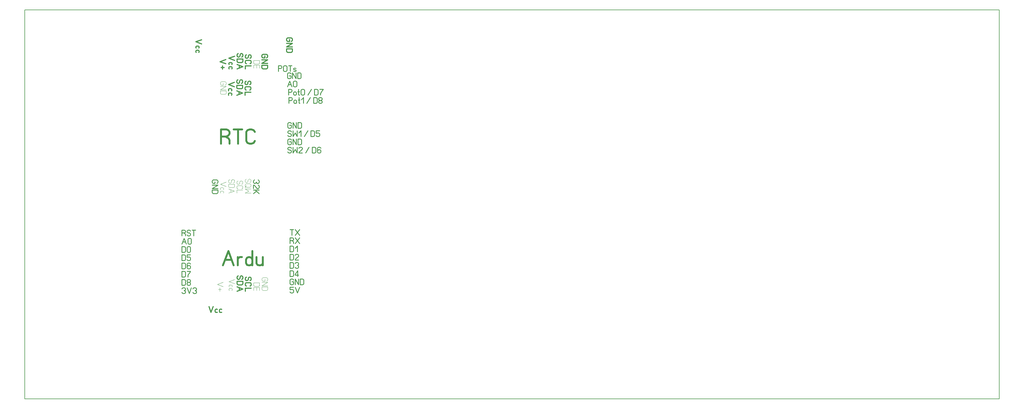
<source format=gbr>
%FSLAX32Y32*%
%MOMM*%
%LNSILKSCREEN1*%
G71*
G01*
%ADD10C, 0.20*%
%ADD11C, 0.32*%
%ADD12C, 0.12*%
%ADD13C, 0.22*%
%ADD14C, 0.56*%
%LPD*%
G54D10*
X0Y12000D02*
X30000Y12000D01*
X30000Y0D01*
X0Y0D01*
X0Y12000D01*
G54D11*
X6561Y9842D02*
X6539Y9829D01*
X6528Y9802D01*
X6528Y9775D01*
X6539Y9749D01*
X6561Y9735D01*
X6584Y9735D01*
X6606Y9749D01*
X6617Y9775D01*
X6617Y9802D01*
X6628Y9829D01*
X6650Y9842D01*
X6672Y9842D01*
X6695Y9829D01*
X6706Y9802D01*
X6706Y9775D01*
X6695Y9749D01*
X6672Y9735D01*
G54D11*
X6528Y9673D02*
X6706Y9673D01*
X6706Y9606D01*
X6695Y9580D01*
X6672Y9566D01*
X6561Y9566D01*
X6539Y9580D01*
X6528Y9606D01*
X6528Y9673D01*
G54D11*
X6528Y9504D02*
X6706Y9437D01*
X6528Y9371D01*
G54D11*
X6595Y9477D02*
X6595Y9397D01*
G54D11*
X6452Y9762D02*
X6274Y9695D01*
X6452Y9629D01*
G54D11*
X6367Y9500D02*
X6374Y9527D01*
X6367Y9554D01*
X6345Y9567D01*
X6301Y9567D01*
X6278Y9554D01*
X6274Y9527D01*
X6278Y9500D01*
G54D11*
X6367Y9371D02*
X6374Y9398D01*
X6367Y9425D01*
X6345Y9438D01*
X6301Y9438D01*
X6278Y9425D01*
X6274Y9398D01*
X6278Y9371D01*
G54D12*
X6109Y9737D02*
X6109Y9683D01*
X6053Y9683D01*
X6031Y9697D01*
X6020Y9723D01*
X6020Y9750D01*
X6031Y9777D01*
X6053Y9790D01*
X6164Y9790D01*
X6187Y9777D01*
X6198Y9750D01*
X6198Y9723D01*
X6187Y9697D01*
X6164Y9683D01*
G54D12*
X6020Y9647D02*
X6198Y9647D01*
X6020Y9540D01*
X6198Y9540D01*
G54D12*
X6020Y9504D02*
X6198Y9504D01*
X6198Y9437D01*
X6187Y9411D01*
X6164Y9397D01*
X6053Y9397D01*
X6031Y9411D01*
X6020Y9437D01*
X6020Y9504D01*
G54D13*
X5855Y6702D02*
X5855Y6648D01*
X5799Y6648D01*
X5777Y6662D01*
X5766Y6688D01*
X5766Y6715D01*
X5777Y6742D01*
X5799Y6755D01*
X5910Y6755D01*
X5933Y6742D01*
X5944Y6715D01*
X5944Y6688D01*
X5933Y6662D01*
X5910Y6648D01*
G54D13*
X5766Y6599D02*
X5944Y6599D01*
X5766Y6492D01*
X5944Y6492D01*
G54D13*
X5766Y6443D02*
X5944Y6443D01*
X5944Y6376D01*
X5933Y6350D01*
X5910Y6336D01*
X5799Y6336D01*
X5777Y6350D01*
X5766Y6376D01*
X5766Y6443D01*
G54D12*
X6198Y6688D02*
X6020Y6621D01*
X6198Y6555D01*
G54D12*
X6113Y6452D02*
X6120Y6479D01*
X6113Y6506D01*
X6091Y6519D01*
X6047Y6519D01*
X6024Y6506D01*
X6020Y6479D01*
X6024Y6452D01*
G54D12*
X6113Y6349D02*
X6120Y6376D01*
X6113Y6403D01*
X6091Y6416D01*
X6047Y6416D01*
X6024Y6403D01*
X6020Y6376D01*
X6024Y6349D01*
G54D12*
X6307Y6768D02*
X6285Y6755D01*
X6274Y6728D01*
X6274Y6701D01*
X6285Y6675D01*
X6307Y6661D01*
X6330Y6661D01*
X6352Y6675D01*
X6363Y6701D01*
X6363Y6728D01*
X6374Y6755D01*
X6396Y6768D01*
X6418Y6768D01*
X6441Y6755D01*
X6452Y6728D01*
X6452Y6701D01*
X6441Y6675D01*
X6418Y6661D01*
G54D12*
X6274Y6625D02*
X6452Y6625D01*
X6452Y6558D01*
X6441Y6532D01*
X6418Y6518D01*
X6307Y6518D01*
X6285Y6532D01*
X6274Y6558D01*
X6274Y6625D01*
G54D12*
X6274Y6482D02*
X6452Y6415D01*
X6274Y6349D01*
G54D12*
X6341Y6455D02*
X6341Y6375D01*
G54D12*
X6561Y6728D02*
X6539Y6715D01*
X6528Y6688D01*
X6528Y6661D01*
X6539Y6635D01*
X6561Y6621D01*
X6584Y6621D01*
X6606Y6635D01*
X6617Y6661D01*
X6617Y6688D01*
X6628Y6715D01*
X6650Y6728D01*
X6672Y6728D01*
X6695Y6715D01*
X6706Y6688D01*
X6706Y6661D01*
X6695Y6635D01*
X6672Y6621D01*
G54D12*
X6561Y6478D02*
X6539Y6492D01*
X6528Y6518D01*
X6528Y6545D01*
X6539Y6572D01*
X6561Y6585D01*
X6672Y6585D01*
X6695Y6572D01*
X6706Y6545D01*
X6706Y6518D01*
X6695Y6492D01*
X6672Y6478D01*
G54D12*
X6706Y6442D02*
X6528Y6442D01*
X6528Y6349D01*
G54D11*
X6815Y9802D02*
X6793Y9789D01*
X6782Y9762D01*
X6782Y9735D01*
X6793Y9709D01*
X6815Y9695D01*
X6838Y9695D01*
X6860Y9709D01*
X6871Y9735D01*
X6871Y9762D01*
X6882Y9789D01*
X6904Y9802D01*
X6926Y9802D01*
X6949Y9789D01*
X6960Y9762D01*
X6960Y9735D01*
X6949Y9709D01*
X6926Y9695D01*
G54D11*
X6815Y9526D02*
X6793Y9540D01*
X6782Y9566D01*
X6782Y9593D01*
X6793Y9620D01*
X6815Y9633D01*
X6926Y9633D01*
X6949Y9620D01*
X6960Y9593D01*
X6960Y9566D01*
X6949Y9540D01*
X6926Y9526D01*
G54D11*
X6960Y9464D02*
X6782Y9464D01*
X6782Y9371D01*
G54D12*
X6815Y6781D02*
X6793Y6768D01*
X6782Y6741D01*
X6782Y6714D01*
X6793Y6688D01*
X6815Y6674D01*
X6838Y6674D01*
X6860Y6688D01*
X6871Y6714D01*
X6871Y6741D01*
X6882Y6768D01*
X6904Y6781D01*
X6926Y6781D01*
X6949Y6768D01*
X6960Y6741D01*
X6960Y6714D01*
X6949Y6688D01*
X6926Y6674D01*
G54D12*
X6815Y6585D02*
X6782Y6518D01*
G54D12*
X6926Y6531D02*
X6815Y6531D01*
X6793Y6545D01*
X6782Y6571D01*
X6782Y6598D01*
X6793Y6625D01*
X6815Y6638D01*
X6926Y6638D01*
X6949Y6625D01*
X6960Y6598D01*
X6960Y6571D01*
X6949Y6545D01*
X6926Y6531D01*
G54D12*
X6960Y6482D02*
X6782Y6482D01*
X6893Y6415D01*
X6782Y6349D01*
X6960Y6349D01*
G54D13*
X7180Y6755D02*
X7203Y6742D01*
X7214Y6715D01*
X7214Y6688D01*
X7203Y6662D01*
X7180Y6648D01*
X7158Y6648D01*
X7136Y6662D01*
X7125Y6688D01*
X7114Y6662D01*
X7092Y6648D01*
X7069Y6648D01*
X7047Y6662D01*
X7036Y6688D01*
X7036Y6715D01*
X7047Y6742D01*
X7069Y6755D01*
G54D13*
X7036Y6492D02*
X7036Y6599D01*
X7047Y6599D01*
X7069Y6586D01*
X7136Y6506D01*
X7158Y6492D01*
X7180Y6492D01*
X7203Y6506D01*
X7214Y6532D01*
X7214Y6559D01*
X7203Y6586D01*
X7180Y6599D01*
G54D13*
X7036Y6443D02*
X7214Y6443D01*
G54D13*
X7092Y6443D02*
X7214Y6336D01*
G54D13*
X7125Y6403D02*
X7036Y6336D01*
G54D14*
X6170Y8099D02*
X6270Y8044D01*
X6304Y7988D01*
X6304Y7877D01*
G54D14*
X6037Y7877D02*
X6037Y8321D01*
X6204Y8321D01*
X6270Y8294D01*
X6304Y8238D01*
X6304Y8183D01*
X6270Y8127D01*
X6204Y8099D01*
X6037Y8099D01*
G54D14*
X6559Y7877D02*
X6559Y8321D01*
G54D14*
X6426Y8321D02*
X6693Y8321D01*
G54D14*
X7082Y7960D02*
X7048Y7905D01*
X6982Y7877D01*
X6915Y7877D01*
X6848Y7905D01*
X6815Y7960D01*
X6815Y8238D01*
X6848Y8294D01*
X6915Y8321D01*
X6982Y8321D01*
X7048Y8294D01*
X7082Y8238D01*
G54D14*
X6096Y4126D02*
X6263Y4570D01*
X6429Y4126D01*
G54D14*
X6163Y4293D02*
X6363Y4293D01*
G54D14*
X6551Y4126D02*
X6551Y4376D01*
G54D14*
X6551Y4320D02*
X6618Y4376D01*
X6684Y4376D01*
G54D14*
X7006Y4126D02*
X7006Y4570D01*
G54D14*
X7006Y4304D02*
X6973Y4359D01*
X6906Y4376D01*
X6839Y4359D01*
X6806Y4304D01*
X6806Y4193D01*
X6839Y4137D01*
X6906Y4126D01*
X6973Y4137D01*
X7006Y4193D01*
G54D14*
X7328Y4376D02*
X7328Y4126D01*
G54D14*
X7328Y4182D02*
X7295Y4137D01*
X7228Y4126D01*
X7161Y4137D01*
X7128Y4182D01*
X7128Y4376D01*
G54D13*
X4891Y5121D02*
X4931Y5099D01*
X4945Y5076D01*
X4945Y5032D01*
G54D13*
X4838Y5032D02*
X4838Y5210D01*
X4905Y5210D01*
X4931Y5199D01*
X4945Y5176D01*
X4945Y5154D01*
X4931Y5132D01*
X4905Y5121D01*
X4838Y5121D01*
G54D13*
X4994Y5065D02*
X5007Y5043D01*
X5034Y5032D01*
X5061Y5032D01*
X5087Y5043D01*
X5101Y5065D01*
X5101Y5088D01*
X5087Y5110D01*
X5061Y5121D01*
X5034Y5121D01*
X5007Y5132D01*
X4994Y5154D01*
X4994Y5176D01*
X5007Y5199D01*
X5034Y5210D01*
X5061Y5210D01*
X5087Y5199D01*
X5101Y5176D01*
G54D13*
X5203Y5032D02*
X5203Y5210D01*
G54D13*
X5150Y5210D02*
X5257Y5210D01*
G54D13*
X4838Y4778D02*
X4905Y4956D01*
X4971Y4778D01*
G54D13*
X4865Y4845D02*
X4945Y4845D01*
G54D13*
X5127Y4922D02*
X5127Y4811D01*
X5113Y4789D01*
X5087Y4778D01*
X5060Y4778D01*
X5033Y4789D01*
X5020Y4811D01*
X5020Y4922D01*
X5033Y4945D01*
X5060Y4956D01*
X5087Y4956D01*
X5113Y4945D01*
X5127Y4922D01*
G54D13*
X4838Y4524D02*
X4838Y4702D01*
X4905Y4702D01*
X4931Y4691D01*
X4945Y4668D01*
X4945Y4557D01*
X4931Y4535D01*
X4905Y4524D01*
X4838Y4524D01*
G54D13*
X5101Y4668D02*
X5101Y4557D01*
X5087Y4535D01*
X5061Y4524D01*
X5034Y4524D01*
X5007Y4535D01*
X4994Y4557D01*
X4994Y4668D01*
X5007Y4691D01*
X5034Y4702D01*
X5061Y4702D01*
X5087Y4691D01*
X5101Y4668D01*
G54D13*
X4838Y4270D02*
X4838Y4448D01*
X4905Y4448D01*
X4931Y4437D01*
X4945Y4414D01*
X4945Y4303D01*
X4931Y4281D01*
X4905Y4270D01*
X4838Y4270D01*
G54D13*
X5101Y4448D02*
X4994Y4448D01*
X4994Y4370D01*
X5007Y4370D01*
X5034Y4381D01*
X5061Y4381D01*
X5087Y4370D01*
X5101Y4348D01*
X5101Y4303D01*
X5087Y4281D01*
X5061Y4270D01*
X5034Y4270D01*
X5007Y4281D01*
X4994Y4303D01*
G54D13*
X4838Y4016D02*
X4838Y4194D01*
X4905Y4194D01*
X4931Y4183D01*
X4945Y4160D01*
X4945Y4049D01*
X4931Y4027D01*
X4905Y4016D01*
X4838Y4016D01*
G54D13*
X5101Y4160D02*
X5087Y4183D01*
X5061Y4194D01*
X5034Y4194D01*
X5007Y4183D01*
X4994Y4160D01*
X4994Y4105D01*
X4994Y4094D01*
X5034Y4116D01*
X5061Y4116D01*
X5087Y4105D01*
X5101Y4083D01*
X5101Y4049D01*
X5087Y4027D01*
X5061Y4016D01*
X5034Y4016D01*
X5007Y4027D01*
X4994Y4049D01*
X4994Y4105D01*
G54D13*
X4838Y3762D02*
X4838Y3940D01*
X4905Y3940D01*
X4931Y3929D01*
X4945Y3906D01*
X4945Y3795D01*
X4931Y3773D01*
X4905Y3762D01*
X4838Y3762D01*
G54D13*
X4994Y3940D02*
X5101Y3940D01*
X5087Y3918D01*
X5061Y3884D01*
X5034Y3840D01*
X5021Y3806D01*
X5021Y3762D01*
G54D13*
X4838Y3508D02*
X4838Y3686D01*
X4905Y3686D01*
X4931Y3675D01*
X4945Y3652D01*
X4945Y3541D01*
X4931Y3519D01*
X4905Y3508D01*
X4838Y3508D01*
G54D13*
X5061Y3597D02*
X5034Y3597D01*
X5007Y3608D01*
X4994Y3630D01*
X4994Y3652D01*
X5007Y3675D01*
X5034Y3686D01*
X5061Y3686D01*
X5087Y3675D01*
X5101Y3652D01*
X5101Y3630D01*
X5087Y3608D01*
X5061Y3597D01*
X5087Y3586D01*
X5101Y3564D01*
X5101Y3541D01*
X5087Y3519D01*
X5061Y3508D01*
X5034Y3508D01*
X5007Y3519D01*
X4994Y3541D01*
X4994Y3564D01*
X5007Y3586D01*
X5034Y3597D01*
G54D13*
X4838Y3398D02*
X4851Y3421D01*
X4878Y3432D01*
X4905Y3432D01*
X4931Y3421D01*
X4945Y3398D01*
X4945Y3376D01*
X4931Y3354D01*
X4905Y3343D01*
X4931Y3332D01*
X4945Y3310D01*
X4945Y3287D01*
X4931Y3265D01*
X4905Y3254D01*
X4878Y3254D01*
X4851Y3265D01*
X4838Y3287D01*
G54D13*
X4994Y3432D02*
X5061Y3254D01*
X5127Y3432D01*
G54D13*
X5176Y3398D02*
X5189Y3421D01*
X5216Y3432D01*
X5243Y3432D01*
X5269Y3421D01*
X5283Y3398D01*
X5283Y3376D01*
X5269Y3354D01*
X5243Y3343D01*
X5269Y3332D01*
X5283Y3310D01*
X5283Y3287D01*
X5269Y3265D01*
X5243Y3254D01*
X5216Y3254D01*
X5189Y3265D01*
X5176Y3287D01*
G54D13*
X8220Y5049D02*
X8220Y5227D01*
G54D13*
X8167Y5227D02*
X8274Y5227D01*
G54D13*
X8323Y5227D02*
X8456Y5049D01*
G54D13*
X8323Y5049D02*
X8456Y5227D01*
G54D13*
X8220Y4884D02*
X8260Y4862D01*
X8274Y4839D01*
X8274Y4795D01*
G54D13*
X8167Y4795D02*
X8167Y4973D01*
X8234Y4973D01*
X8260Y4962D01*
X8274Y4939D01*
X8274Y4917D01*
X8260Y4895D01*
X8234Y4884D01*
X8167Y4884D01*
G54D13*
X8323Y4973D02*
X8456Y4795D01*
G54D13*
X8323Y4795D02*
X8456Y4973D01*
G54D13*
X8167Y4541D02*
X8167Y4719D01*
X8234Y4719D01*
X8260Y4708D01*
X8274Y4685D01*
X8274Y4574D01*
X8260Y4552D01*
X8234Y4541D01*
X8167Y4541D01*
G54D13*
X8323Y4652D02*
X8390Y4719D01*
X8390Y4541D01*
G54D13*
X8167Y4287D02*
X8167Y4465D01*
X8234Y4465D01*
X8260Y4454D01*
X8274Y4431D01*
X8274Y4320D01*
X8260Y4298D01*
X8234Y4287D01*
X8167Y4287D01*
G54D13*
X8430Y4287D02*
X8323Y4287D01*
X8323Y4298D01*
X8336Y4320D01*
X8416Y4387D01*
X8430Y4409D01*
X8430Y4431D01*
X8416Y4454D01*
X8390Y4465D01*
X8363Y4465D01*
X8336Y4454D01*
X8323Y4431D01*
G54D13*
X8167Y4033D02*
X8167Y4211D01*
X8234Y4211D01*
X8260Y4200D01*
X8274Y4177D01*
X8274Y4066D01*
X8260Y4044D01*
X8234Y4033D01*
X8167Y4033D01*
G54D13*
X8323Y4177D02*
X8336Y4200D01*
X8363Y4211D01*
X8390Y4211D01*
X8416Y4200D01*
X8430Y4177D01*
X8430Y4155D01*
X8416Y4133D01*
X8390Y4122D01*
X8416Y4111D01*
X8430Y4089D01*
X8430Y4066D01*
X8416Y4044D01*
X8390Y4033D01*
X8363Y4033D01*
X8336Y4044D01*
X8323Y4066D01*
G54D13*
X8167Y3779D02*
X8167Y3957D01*
X8234Y3957D01*
X8260Y3946D01*
X8274Y3923D01*
X8274Y3812D01*
X8260Y3790D01*
X8234Y3779D01*
X8167Y3779D01*
G54D13*
X8403Y3779D02*
X8403Y3957D01*
X8323Y3846D01*
X8323Y3823D01*
X8430Y3823D01*
G54D13*
X8220Y3614D02*
X8274Y3614D01*
X8274Y3558D01*
X8260Y3536D01*
X8234Y3525D01*
X8207Y3525D01*
X8180Y3536D01*
X8167Y3558D01*
X8167Y3669D01*
X8180Y3692D01*
X8207Y3703D01*
X8234Y3703D01*
X8260Y3692D01*
X8274Y3669D01*
G54D13*
X8323Y3525D02*
X8323Y3703D01*
X8430Y3525D01*
X8430Y3703D01*
G54D13*
X8479Y3525D02*
X8479Y3703D01*
X8546Y3703D01*
X8572Y3692D01*
X8586Y3669D01*
X8586Y3558D01*
X8572Y3536D01*
X8546Y3525D01*
X8479Y3525D01*
G54D13*
X8274Y3449D02*
X8167Y3449D01*
X8167Y3371D01*
X8180Y3371D01*
X8207Y3382D01*
X8234Y3382D01*
X8260Y3371D01*
X8274Y3349D01*
X8274Y3304D01*
X8260Y3282D01*
X8234Y3271D01*
X8207Y3271D01*
X8180Y3282D01*
X8167Y3304D01*
G54D13*
X8323Y3449D02*
X8390Y3271D01*
X8456Y3449D01*
G54D13*
X7805Y10105D02*
X7805Y10283D01*
X7872Y10283D01*
X7898Y10272D01*
X7912Y10249D01*
X7912Y10227D01*
X7898Y10205D01*
X7872Y10194D01*
X7805Y10194D01*
G54D13*
X8068Y10249D02*
X8068Y10138D01*
X8054Y10116D01*
X8028Y10105D01*
X8001Y10105D01*
X7974Y10116D01*
X7961Y10138D01*
X7961Y10249D01*
X7974Y10272D01*
X8001Y10283D01*
X8028Y10283D01*
X8054Y10272D01*
X8068Y10249D01*
G54D13*
X8170Y10105D02*
X8170Y10283D01*
G54D13*
X8117Y10283D02*
X8224Y10283D01*
G54D13*
X8273Y10116D02*
X8300Y10105D01*
X8326Y10105D01*
X8353Y10116D01*
X8353Y10138D01*
X8340Y10149D01*
X8286Y10161D01*
X8273Y10172D01*
X8273Y10194D01*
X8300Y10205D01*
X8326Y10205D01*
X8353Y10194D01*
G54D11*
X6192Y10470D02*
X6014Y10404D01*
X6192Y10337D01*
G54D11*
X6092Y10276D02*
X6092Y10169D01*
G54D11*
X6136Y10222D02*
X6047Y10222D01*
G54D11*
X6462Y10573D02*
X6284Y10506D01*
X6462Y10440D01*
G54D11*
X6377Y10311D02*
X6384Y10338D01*
X6377Y10365D01*
X6355Y10378D01*
X6311Y10378D01*
X6288Y10365D01*
X6284Y10338D01*
X6288Y10311D01*
G54D11*
X6377Y10182D02*
X6384Y10209D01*
X6377Y10236D01*
X6355Y10249D01*
X6311Y10249D01*
X6288Y10236D01*
X6284Y10209D01*
X6288Y10182D01*
G54D11*
X6571Y10653D02*
X6549Y10640D01*
X6538Y10613D01*
X6538Y10586D01*
X6549Y10560D01*
X6571Y10546D01*
X6594Y10546D01*
X6616Y10560D01*
X6627Y10586D01*
X6627Y10613D01*
X6638Y10640D01*
X6660Y10653D01*
X6682Y10653D01*
X6705Y10640D01*
X6716Y10613D01*
X6716Y10586D01*
X6705Y10560D01*
X6682Y10546D01*
G54D11*
X6538Y10484D02*
X6716Y10484D01*
X6716Y10417D01*
X6705Y10391D01*
X6682Y10377D01*
X6571Y10377D01*
X6549Y10391D01*
X6538Y10417D01*
X6538Y10484D01*
G54D11*
X6538Y10315D02*
X6716Y10248D01*
X6538Y10182D01*
G54D11*
X6605Y10288D02*
X6605Y10208D01*
G54D11*
X6825Y10613D02*
X6803Y10600D01*
X6792Y10573D01*
X6792Y10546D01*
X6803Y10520D01*
X6825Y10506D01*
X6848Y10506D01*
X6870Y10520D01*
X6881Y10546D01*
X6881Y10573D01*
X6892Y10600D01*
X6914Y10613D01*
X6936Y10613D01*
X6959Y10600D01*
X6970Y10573D01*
X6970Y10546D01*
X6959Y10520D01*
X6936Y10506D01*
G54D11*
X6825Y10337D02*
X6803Y10351D01*
X6792Y10377D01*
X6792Y10404D01*
X6803Y10431D01*
X6825Y10444D01*
X6936Y10444D01*
X6959Y10431D01*
X6970Y10404D01*
X6970Y10377D01*
X6959Y10351D01*
X6936Y10337D01*
G54D11*
X6970Y10275D02*
X6792Y10275D01*
X6792Y10182D01*
G54D12*
X7046Y10438D02*
X7224Y10438D01*
X7224Y10371D01*
X7213Y10344D01*
X7190Y10331D01*
X7079Y10331D01*
X7057Y10344D01*
X7046Y10371D01*
X7046Y10438D01*
G54D12*
X7046Y10201D02*
X7046Y10294D01*
X7224Y10294D01*
X7224Y10201D01*
G54D12*
X7135Y10294D02*
X7135Y10201D01*
G54D11*
X7389Y10574D02*
X7389Y10520D01*
X7333Y10520D01*
X7311Y10534D01*
X7300Y10560D01*
X7300Y10587D01*
X7311Y10614D01*
X7333Y10627D01*
X7444Y10627D01*
X7467Y10614D01*
X7478Y10587D01*
X7478Y10560D01*
X7467Y10534D01*
X7444Y10520D01*
G54D11*
X7300Y10458D02*
X7478Y10458D01*
X7300Y10351D01*
X7478Y10351D01*
G54D11*
X7300Y10289D02*
X7478Y10289D01*
X7478Y10222D01*
X7467Y10196D01*
X7444Y10182D01*
X7333Y10182D01*
X7311Y10196D01*
X7300Y10222D01*
X7300Y10289D01*
G54D12*
X6104Y3599D02*
X5926Y3532D01*
X6104Y3466D01*
G54D12*
X6004Y3430D02*
X6004Y3323D01*
G54D12*
X6048Y3377D02*
X5959Y3377D01*
G54D12*
X6462Y3689D02*
X6284Y3622D01*
X6462Y3556D01*
G54D12*
X6377Y3453D02*
X6384Y3480D01*
X6377Y3507D01*
X6355Y3520D01*
X6311Y3520D01*
X6288Y3507D01*
X6284Y3480D01*
X6288Y3453D01*
G54D12*
X6377Y3350D02*
X6384Y3377D01*
X6377Y3404D01*
X6355Y3417D01*
X6311Y3417D01*
X6288Y3404D01*
X6284Y3377D01*
X6288Y3350D01*
G54D11*
X6571Y3795D02*
X6549Y3782D01*
X6538Y3755D01*
X6538Y3728D01*
X6549Y3702D01*
X6571Y3688D01*
X6594Y3688D01*
X6616Y3702D01*
X6627Y3728D01*
X6627Y3755D01*
X6638Y3782D01*
X6660Y3795D01*
X6682Y3795D01*
X6705Y3782D01*
X6716Y3755D01*
X6716Y3728D01*
X6705Y3702D01*
X6682Y3688D01*
G54D11*
X6538Y3626D02*
X6716Y3626D01*
X6716Y3559D01*
X6705Y3533D01*
X6682Y3519D01*
X6571Y3519D01*
X6549Y3533D01*
X6538Y3559D01*
X6538Y3626D01*
G54D11*
X6538Y3457D02*
X6716Y3390D01*
X6538Y3324D01*
G54D11*
X6605Y3430D02*
X6605Y3350D01*
G54D11*
X6825Y3755D02*
X6803Y3742D01*
X6792Y3715D01*
X6792Y3688D01*
X6803Y3662D01*
X6825Y3648D01*
X6848Y3648D01*
X6870Y3662D01*
X6881Y3688D01*
X6881Y3715D01*
X6892Y3742D01*
X6914Y3755D01*
X6936Y3755D01*
X6959Y3742D01*
X6970Y3715D01*
X6970Y3688D01*
X6959Y3662D01*
X6936Y3648D01*
G54D11*
X6825Y3479D02*
X6803Y3493D01*
X6792Y3519D01*
X6792Y3546D01*
X6803Y3573D01*
X6825Y3586D01*
X6936Y3586D01*
X6959Y3573D01*
X6970Y3546D01*
X6970Y3519D01*
X6959Y3493D01*
X6936Y3479D01*
G54D11*
X6970Y3417D02*
X6792Y3417D01*
X6792Y3324D01*
G54D12*
X7046Y3580D02*
X7224Y3580D01*
X7224Y3513D01*
X7213Y3486D01*
X7190Y3473D01*
X7079Y3473D01*
X7057Y3486D01*
X7046Y3513D01*
X7046Y3580D01*
G54D12*
X7046Y3343D02*
X7046Y3436D01*
X7224Y3436D01*
X7224Y3343D01*
G54D12*
X7135Y3436D02*
X7135Y3343D01*
G54D12*
X7389Y3690D02*
X7389Y3636D01*
X7333Y3636D01*
X7311Y3650D01*
X7300Y3676D01*
X7300Y3703D01*
X7311Y3730D01*
X7333Y3743D01*
X7444Y3743D01*
X7467Y3730D01*
X7478Y3703D01*
X7478Y3676D01*
X7467Y3650D01*
X7444Y3636D01*
G54D12*
X7300Y3600D02*
X7478Y3600D01*
X7300Y3493D01*
X7478Y3493D01*
G54D12*
X7300Y3457D02*
X7478Y3457D01*
X7478Y3390D01*
X7467Y3364D01*
X7444Y3350D01*
X7333Y3350D01*
X7311Y3364D01*
X7300Y3390D01*
X7300Y3457D01*
G54D13*
X8139Y9971D02*
X8193Y9971D01*
X8193Y9915D01*
X8179Y9893D01*
X8153Y9882D01*
X8126Y9882D01*
X8099Y9893D01*
X8086Y9915D01*
X8086Y10026D01*
X8099Y10049D01*
X8126Y10060D01*
X8153Y10060D01*
X8179Y10049D01*
X8193Y10026D01*
G54D13*
X8242Y9882D02*
X8242Y10060D01*
X8349Y9882D01*
X8349Y10060D01*
G54D13*
X8398Y9882D02*
X8398Y10060D01*
X8465Y10060D01*
X8491Y10049D01*
X8505Y10026D01*
X8505Y9915D01*
X8491Y9893D01*
X8465Y9882D01*
X8398Y9882D01*
G54D13*
X8086Y9628D02*
X8153Y9806D01*
X8219Y9628D01*
G54D13*
X8113Y9695D02*
X8193Y9695D01*
G54D13*
X8375Y9772D02*
X8375Y9661D01*
X8361Y9639D01*
X8335Y9628D01*
X8308Y9628D01*
X8281Y9639D01*
X8268Y9661D01*
X8268Y9772D01*
X8281Y9795D01*
X8308Y9806D01*
X8335Y9806D01*
X8361Y9795D01*
X8375Y9772D01*
G54D13*
X8118Y9374D02*
X8118Y9552D01*
X8185Y9552D01*
X8211Y9541D01*
X8225Y9518D01*
X8225Y9496D01*
X8211Y9474D01*
X8185Y9463D01*
X8118Y9463D01*
G54D13*
X8354Y9401D02*
X8354Y9445D01*
X8341Y9467D01*
X8314Y9474D01*
X8287Y9467D01*
X8274Y9445D01*
X8274Y9401D01*
X8287Y9378D01*
X8314Y9374D01*
X8341Y9378D01*
X8354Y9401D01*
G54D13*
X8430Y9552D02*
X8430Y9385D01*
X8443Y9374D01*
X8456Y9378D01*
G54D13*
X8403Y9474D02*
X8456Y9474D01*
G54D13*
X8612Y9518D02*
X8612Y9407D01*
X8598Y9385D01*
X8572Y9374D01*
X8545Y9374D01*
X8518Y9385D01*
X8505Y9407D01*
X8505Y9518D01*
X8518Y9541D01*
X8545Y9552D01*
X8572Y9552D01*
X8598Y9541D01*
X8612Y9518D01*
G54D13*
X8713Y9374D02*
X8820Y9552D01*
G54D13*
X8921Y9374D02*
X8921Y9552D01*
X8988Y9552D01*
X9014Y9541D01*
X9028Y9518D01*
X9028Y9407D01*
X9014Y9385D01*
X8988Y9374D01*
X8921Y9374D01*
G54D13*
X9077Y9552D02*
X9184Y9552D01*
X9170Y9530D01*
X9144Y9496D01*
X9117Y9452D01*
X9104Y9418D01*
X9104Y9374D01*
G54D13*
X8128Y9120D02*
X8128Y9298D01*
X8195Y9298D01*
X8222Y9287D01*
X8235Y9264D01*
X8235Y9242D01*
X8222Y9220D01*
X8195Y9209D01*
X8128Y9209D01*
G54D13*
X8364Y9147D02*
X8364Y9191D01*
X8351Y9213D01*
X8324Y9220D01*
X8298Y9213D01*
X8284Y9191D01*
X8284Y9147D01*
X8298Y9124D01*
X8324Y9120D01*
X8351Y9124D01*
X8364Y9147D01*
G54D13*
X8440Y9298D02*
X8440Y9131D01*
X8454Y9120D01*
X8467Y9124D01*
G54D13*
X8414Y9220D02*
X8467Y9220D01*
G54D13*
X8516Y9231D02*
X8582Y9298D01*
X8582Y9120D01*
G54D13*
X8684Y9120D02*
X8790Y9298D01*
G54D13*
X8892Y9120D02*
X8892Y9298D01*
X8958Y9298D01*
X8985Y9287D01*
X8998Y9264D01*
X8998Y9153D01*
X8985Y9131D01*
X8958Y9120D01*
X8892Y9120D01*
G54D13*
X9114Y9209D02*
X9088Y9209D01*
X9061Y9220D01*
X9048Y9242D01*
X9048Y9264D01*
X9061Y9287D01*
X9088Y9298D01*
X9114Y9298D01*
X9141Y9287D01*
X9154Y9264D01*
X9154Y9242D01*
X9141Y9220D01*
X9114Y9209D01*
X9141Y9198D01*
X9154Y9176D01*
X9154Y9153D01*
X9141Y9131D01*
X9114Y9120D01*
X9088Y9120D01*
X9061Y9131D01*
X9048Y9153D01*
X9048Y9176D01*
X9061Y9198D01*
X9088Y9209D01*
G54D13*
X8150Y8441D02*
X8204Y8441D01*
X8204Y8385D01*
X8190Y8363D01*
X8164Y8352D01*
X8137Y8352D01*
X8110Y8363D01*
X8097Y8385D01*
X8097Y8496D01*
X8110Y8519D01*
X8137Y8530D01*
X8164Y8530D01*
X8190Y8519D01*
X8204Y8496D01*
G54D13*
X8253Y8352D02*
X8253Y8530D01*
X8360Y8352D01*
X8360Y8530D01*
G54D13*
X8409Y8352D02*
X8409Y8530D01*
X8476Y8530D01*
X8502Y8519D01*
X8516Y8496D01*
X8516Y8385D01*
X8502Y8363D01*
X8476Y8352D01*
X8409Y8352D01*
G54D13*
X8097Y8131D02*
X8110Y8109D01*
X8137Y8098D01*
X8164Y8098D01*
X8190Y8109D01*
X8204Y8131D01*
X8204Y8154D01*
X8190Y8176D01*
X8164Y8187D01*
X8137Y8187D01*
X8110Y8198D01*
X8097Y8220D01*
X8097Y8242D01*
X8110Y8265D01*
X8137Y8276D01*
X8164Y8276D01*
X8190Y8265D01*
X8204Y8242D01*
G54D13*
X8253Y8276D02*
X8253Y8098D01*
X8320Y8209D01*
X8386Y8098D01*
X8386Y8276D01*
G54D13*
X8435Y8209D02*
X8502Y8276D01*
X8502Y8098D01*
G54D13*
X8603Y8098D02*
X8710Y8276D01*
G54D13*
X8811Y8098D02*
X8811Y8276D01*
X8878Y8276D01*
X8904Y8265D01*
X8918Y8242D01*
X8918Y8131D01*
X8904Y8109D01*
X8878Y8098D01*
X8811Y8098D01*
G54D13*
X9074Y8276D02*
X8967Y8276D01*
X8967Y8198D01*
X8980Y8198D01*
X9007Y8209D01*
X9034Y8209D01*
X9060Y8198D01*
X9074Y8176D01*
X9074Y8131D01*
X9060Y8109D01*
X9034Y8098D01*
X9007Y8098D01*
X8980Y8109D01*
X8967Y8131D01*
G54D13*
X8150Y7933D02*
X8204Y7933D01*
X8204Y7877D01*
X8190Y7855D01*
X8164Y7844D01*
X8137Y7844D01*
X8110Y7855D01*
X8097Y7877D01*
X8097Y7988D01*
X8110Y8011D01*
X8137Y8022D01*
X8164Y8022D01*
X8190Y8011D01*
X8204Y7988D01*
G54D13*
X8253Y7844D02*
X8253Y8022D01*
X8360Y7844D01*
X8360Y8022D01*
G54D13*
X8409Y7844D02*
X8409Y8022D01*
X8476Y8022D01*
X8502Y8011D01*
X8516Y7988D01*
X8516Y7877D01*
X8502Y7855D01*
X8476Y7844D01*
X8409Y7844D01*
G54D13*
X8097Y7623D02*
X8110Y7601D01*
X8137Y7590D01*
X8164Y7590D01*
X8190Y7601D01*
X8204Y7623D01*
X8204Y7646D01*
X8190Y7668D01*
X8164Y7679D01*
X8137Y7679D01*
X8110Y7690D01*
X8097Y7712D01*
X8097Y7734D01*
X8110Y7757D01*
X8137Y7768D01*
X8164Y7768D01*
X8190Y7757D01*
X8204Y7734D01*
G54D13*
X8253Y7768D02*
X8253Y7590D01*
X8320Y7701D01*
X8386Y7590D01*
X8386Y7768D01*
G54D13*
X8542Y7590D02*
X8435Y7590D01*
X8435Y7601D01*
X8448Y7623D01*
X8528Y7690D01*
X8542Y7712D01*
X8542Y7734D01*
X8528Y7757D01*
X8502Y7768D01*
X8475Y7768D01*
X8448Y7757D01*
X8435Y7734D01*
G54D13*
X8643Y7590D02*
X8750Y7768D01*
G54D13*
X8851Y7590D02*
X8851Y7768D01*
X8918Y7768D01*
X8944Y7757D01*
X8958Y7734D01*
X8958Y7623D01*
X8944Y7601D01*
X8918Y7590D01*
X8851Y7590D01*
G54D13*
X9114Y7734D02*
X9100Y7757D01*
X9074Y7768D01*
X9047Y7768D01*
X9020Y7757D01*
X9007Y7734D01*
X9007Y7679D01*
X9007Y7668D01*
X9047Y7690D01*
X9074Y7690D01*
X9100Y7679D01*
X9114Y7657D01*
X9114Y7623D01*
X9100Y7601D01*
X9074Y7590D01*
X9047Y7590D01*
X9020Y7601D01*
X9007Y7623D01*
X9007Y7679D01*
G54D11*
X5446Y11081D02*
X5268Y11014D01*
X5446Y10948D01*
G54D11*
X5361Y10819D02*
X5368Y10846D01*
X5361Y10873D01*
X5339Y10886D01*
X5295Y10886D01*
X5272Y10873D01*
X5268Y10846D01*
X5272Y10819D01*
G54D11*
X5361Y10690D02*
X5368Y10717D01*
X5361Y10744D01*
X5339Y10757D01*
X5295Y10757D01*
X5272Y10744D01*
X5268Y10717D01*
X5272Y10690D01*
G54D11*
X5670Y2846D02*
X5736Y2668D01*
X5803Y2846D01*
G54D11*
X5931Y2762D02*
X5904Y2768D01*
X5878Y2762D01*
X5864Y2740D01*
X5864Y2695D01*
X5878Y2673D01*
X5904Y2668D01*
X5931Y2673D01*
G54D11*
X6060Y2762D02*
X6034Y2768D01*
X6007Y2762D01*
X5994Y2740D01*
X5994Y2695D01*
X6007Y2673D01*
X6034Y2668D01*
X6060Y2673D01*
G54D11*
X8151Y11082D02*
X8151Y11028D01*
X8095Y11028D01*
X8073Y11042D01*
X8062Y11068D01*
X8062Y11095D01*
X8073Y11122D01*
X8095Y11135D01*
X8206Y11135D01*
X8229Y11122D01*
X8240Y11095D01*
X8240Y11068D01*
X8229Y11042D01*
X8206Y11028D01*
G54D11*
X8062Y10966D02*
X8240Y10966D01*
X8062Y10859D01*
X8240Y10859D01*
G54D11*
X8062Y10797D02*
X8240Y10797D01*
X8240Y10730D01*
X8229Y10704D01*
X8206Y10690D01*
X8095Y10690D01*
X8073Y10704D01*
X8062Y10730D01*
X8062Y10797D01*
M02*

</source>
